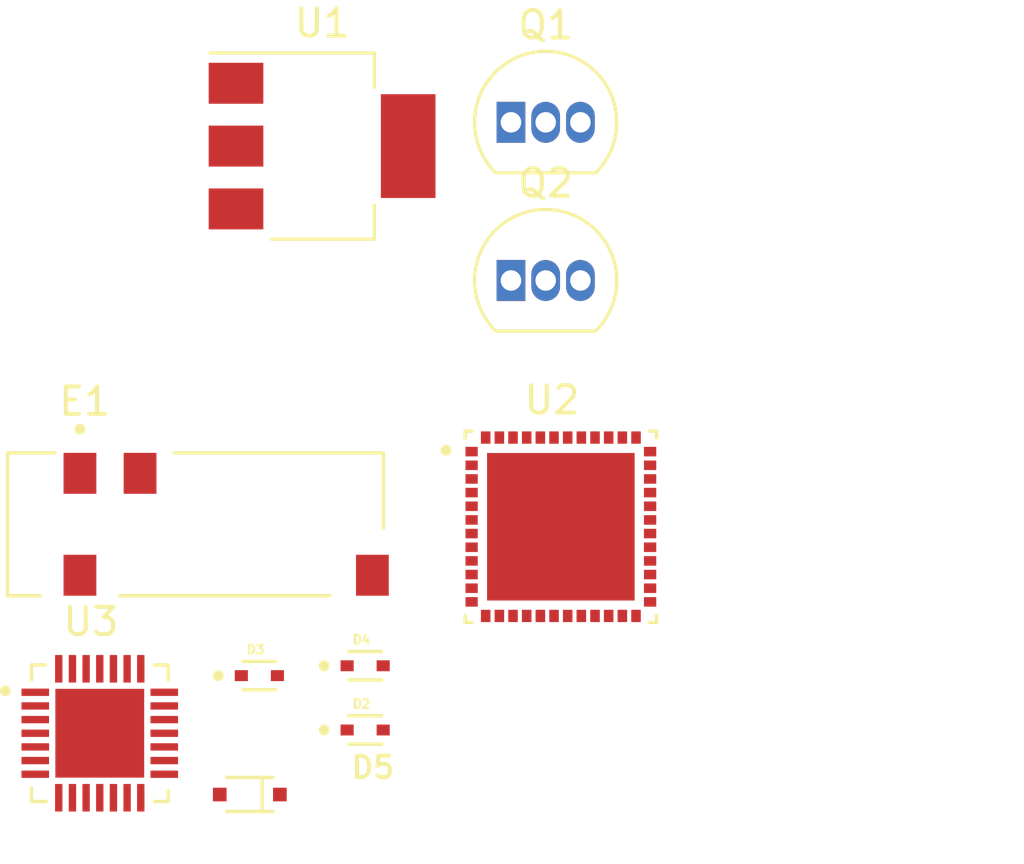
<source format=kicad_pcb>
(kicad_pcb (version 20211014) (generator pcbnew)
  (layers (0 "F.Cu" signal) (31 "B.Cu" signal) (34 "B.Paste" user) (35 "F.Paste" user) (36 "B.SilkS" user "B.Silkscreen") (37 "F.SilkS" user "F.Silkscreen") (38 "B.Mask" user) (39 "F.Mask" user) (44 "Edge.Cuts" user))
  (net 0 "")
  (net 1 "/RTS")
  (net 2 "Net-(Q1-Pad2)")
  (net 3 "/EN")
  (net 4 "/DTR")
  (net 5 "Net-(Q2-Pad2)")
  (net 6 "/IO0")
  (net 7 "GND")
  (net 8 "/VDD33")
  (net 9 "Net-(C1-Pad1)")
  (net 10 "Net-(D2-Pad2)")
  (net 11 "Net-(D3-Pad2)")
  (net 12 "Net-(D4-Pad2)")
  (net 13 "/EXT_5V")
  (net 14 "Net-(C5-Pad2)")
  (net 15 "/VDD33A")
  (net 16 "/LNA_IN")
  (net 17 "/SENSOR_VP")
  (net 18 "/IO37")
  (net 19 "/IO38")
  (net 20 "/SENSOR_VN")
  (net 21 "/IO34")
  (net 22 "/IO35")
  (net 23 "/IO32")
  (net 24 "/IO33")
  (net 25 "/IO25")
  (net 26 "/IO26")
  (net 27 "/IO27")
  (net 28 "/IO14")
  (net 29 "/IO12")
  (net 30 "/IO13")
  (net 31 "/IO15")
  (net 32 "/IO2")
  (net 33 "/IO4")
  (net 34 "/FLASH_CS")
  (net 36 "/FLASH_SD0")
  (net 37 "/IO9")
  (net 38 "/IO10")
  (net 39 "/FLASH_SD2")
  (net 40 "/FLASH_CLK")
  (net 41 "/FLASH_SD3")
  (net 42 "/FLASH_SD1")
  (net 43 "/IO5")
  (net 44 "/IO18")
  (net 45 "/IO23")
  (net 46 "/IO19")
  (net 47 "/IO22")
  (net 48 "/RXD0")
  (net 49 "/TXD0")
  (net 50 "/IO21")
  (net 57 "/USB_DP")
  (net 58 "/USB_DN")
  (net 59 "Net-(U3-Pad6)")
  (net 60 "Net-(R15-Pad2)")
  (net 61 "Net-(R7-Pad1)")
  (net 63 "Net-(R17-Pad1)")
  (net 75 "/CTS")
  (net 76 "/RXD")
  (net 77 "/TXD")
  (footprint "LESD5D5:TVS_LESD5D5.0CT1G" (layer "F.Cu") (at 151.84 111.44)
    (fp_text reference "D2" (at -0.134 -0.9532) (layer "F.SilkS") (effects (font (size 0.32 0.32))))
    (fp_text value "LESD5D5.0CT1G")
    (fp_line (start -0.6 -0.52) (end 0.6 -0.52) (layer "F.SilkS") (width 0.127))
    (fp_line (start 0.6 0.52) (end -0.6 0.52) (layer "F.SilkS") (width 0.127))
    (fp_circle (center -1.5 0) (end -1.4 0) (layer "F.SilkS") (width 0.2) (fill none))
    (pad "1" smd rect locked (at -0.66 0) (size 0.48 0.4) (layers "F.Cu" "F.Paste" "F.Mask") (net 7 "GND"))
    (pad "2" smd rect locked (at 0.66 0) (size 0.48 0.4) (layers "F.Cu" "F.Paste" "F.Mask") (net 10 "Net-(D2-Pad2)"))
  )
  (footprint "CP2102N-A01-GQFN28:QFN50P500X500X80-29N" (layer "F.Cu") (at 142.13 111.56)
    (fp_text reference "U3" (at -0.325 -4.085) (layer "F.SilkS"))
    (fp_text value "CP2102N-A01-GQFN28")
    (fp_line (start -2.5 -2.5) (end -2.5 -1.95) (layer "F.SilkS") (width 0.127))
    (fp_line (start 2 -2.5) (end 2.5 -2.5) (layer "F.SilkS") (width 0.127))
    (fp_line (start 2.5 2.5) (end 2 2.5) (layer "F.SilkS") (width 0.127))
    (fp_line (start -2.5 2) (end -2.5 2.5) (layer "F.SilkS") (width 0.127))
    (fp_line (start -2 -2.5) (end -2.5 -2.5) (layer "F.SilkS") (width 0.127))
    (fp_line (start 2.5 -2.5) (end 2.5 -1.95) (layer "F.SilkS") (width 0.127))
    (fp_line (start -2.5 2.5) (end -1.95 2.5) (layer "F.SilkS") (width 0.127))
    (fp_line (start 2.5 2.1) (end 2.5 2.5) (layer "F.SilkS") (width 0.127))
    (fp_circle (center -3.45 -1.55) (end -3.35 -1.55) (layer "F.SilkS") (width 0.2) (fill none))
    (pad "1" smd roundrect locked (at -2.36 -1.5) (size 1.01 0.27) (layers "F.Cu" "F.Paste" "F.Mask") (roundrect_rratio 0.07))
    (pad "2" smd roundrect locked (at -2.36 -1) (size 1.01 0.27) (layers "F.Cu" "F.Paste" "F.Mask") (roundrect_rratio 0.07))
    (pad "3" smd roundrect locked (at -2.36 -0.5) (size 1.01 0.27) (layers "F.Cu" "F.Paste" "F.Mask") (roundrect_rratio 0.07) (net 7 "GND"))
    (pad "4" smd roundrect locked (at -2.36 0) (size 1.01 0.27) (layers "F.Cu" "F.Paste" "F.Mask") (roundrect_rratio 0.07) (net 57 "/USB_DP"))
    (pad "5" smd roundrect locked (at -2.36 0.5) (size 1.01 0.27) (layers "F.Cu" "F.Paste" "F.Mask") (roundrect_rratio 0.07) (net 58 "/USB_DN"))
    (pad "6" smd roundrect locked (at -2.36 1) (size 1.01 0.27) (layers "F.Cu" "F.Paste" "F.Mask") (roundrect_rratio 0.07) (net 59 "Net-(U3-Pad6)"))
    (pad "7" smd roundrect locked (at -2.36 1.5) (size 1.01 0.27) (layers "F.Cu" "F.Paste" "F.Mask") (roundrect_rratio 0.07) (net 59 "Net-(U3-Pad6)"))
    (pad "8" smd roundrect locked (at -1.5 2.36 90) (size 1.01 0.27) (layers "F.Cu" "F.Paste" "F.Mask") (roundrect_rratio 0.07) (net 60 "Net-(R15-Pad2)"))
    (pad "9" smd roundrect locked (at -1 2.36 90) (size 1.01 0.27) (layers "F.Cu" "F.Paste" "F.Mask") (roundrect_rratio 0.07) (net 61 "Net-(R7-Pad1)"))
    (pad "10" smd roundrect locked (at -0.5 2.36 90) (size 1.01 0.27) (layers "F.Cu" "F.Paste" "F.Mask") (roundrect_rratio 0.07))
    (pad "11" smd roundrect locked (at 0 2.36 90) (size 1.01 0.27) (layers "F.Cu" "F.Paste" "F.Mask") (roundrect_rratio 0.07) (net 63 "Net-(R17-Pad1)"))
    (pad "12" smd roundrect locked (at 0.5 2.36 90) (size 1.01 0.27) (layers "F.Cu" "F.Paste" "F.Mask") (roundrect_rratio 0.07))
    (pad "13" smd roundrect locked (at 1 2.36 90) (size 1.01 0.27) (layers "F.Cu" "F.Paste" "F.Mask") (roundrect_rratio 0.07))
    (pad "14" smd roundrect locked (at 1.5 2.36 90) (size 1.01 0.27) (layers "F.Cu" "F.Paste" "F.Mask") (roundrect_rratio 0.07))
    (pad "15" smd roundrect locked (at 2.36 1.5 180) (size 1.01 0.27) (layers "F.Cu" "F.Paste" "F.Mask") (roundrect_rratio 0.07))
    (pad "16" smd roundrect locked (at 2.36 1 180) (size 1.01 0.27) (layers "F.Cu" "F.Paste" "F.Mask") (roundrect_rratio 0.07))
    (pad "17" smd roundrect locked (at 2.36 0.5 180) (size 1.01 0.27) (layers "F.Cu" "F.Paste" "F.Mask") (roundrect_rratio 0.07))
    (pad "18" smd roundrect locked (at 2.36 0 180) (size 1.01 0.27) (layers "F.Cu" "F.Paste" "F.Mask") (roundrect_rratio 0.07))
    (pad "19" smd roundrect locked (at 2.36 -0.5 180) (size 1.01 0.27) (layers "F.Cu" "F.Paste" "F.Mask") (roundrect_rratio 0.07))
    (pad "20" smd roundrect locked (at 2.36 -1 180) (size 1.01 0.27) (layers "F.Cu" "F.Paste" "F.Mask") (roundrect_rratio 0.07))
    (pad "21" smd roundrect locked (at 2.36 -1.5 180) (size 1.01 0.27) (layers "F.Cu" "F.Paste" "F.Mask") (roundrect_rratio 0.07))
    (pad "22" smd roundrect locked (at 1.5 -2.36 270) (size 1.01 0.27) (layers "F.Cu" "F.Paste" "F.Mask") (roundrect_rratio 0.07))
    (pad "23" smd roundrect locked (at 1 -2.36 270) (size 1.01 0.27) (layers "F.Cu" "F.Paste" "F.Mask") (roundrect_rratio 0.07) (net 75 "/CTS"))
    (pad "24" smd roundrect locked (at 0.5 -2.36 270) (size 1.01 0.27) (layers "F.Cu" "F.Paste" "F.Mask") (roundrect_rratio 0.07) (net 1 "/RTS"))
    (pad "25" smd roundrect locked (at 0 -2.36 270) (size 1.01 0.27) (layers "F.Cu" "F.Paste" "F.Mask") (roundrect_rratio 0.07) (net 76 "/RXD"))
    (pad "26" smd roundrect locked (at -0.5 -2.36 270) (size 1.01 0.27) (layers "F.Cu" "F.Paste" "F.Mask") (roundrect_rratio 0.07) (net 77 "/TXD"))
    (pad "27" smd roundrect locked (at -1 -2.36 270) (size 1.01 0.27) (layers "F.Cu" "F.Paste" "F.Mask") (roundrect_rratio 0.07))
    (pad "28" smd roundrect locked (at -1.5 -2.36 270) (size 1.01 0.27) (layers "F.Cu" "F.Paste" "F.Mask") (roundrect_rratio 0.07) (net 4 "/DTR"))
    (pad "29" smd rect locked (at 0 0) (size 3.25 3.25) (layers "F.Cu" "F.Mask") (net 7 "GND"))
  )
  (footprint "Package_TO_SOT_SMD:SOT-223-3_TabPin2" (layer "F.Cu") (at 150.265 90.065)
    (fp_text reference "U1" (at 0 -4.5) (layer "F.SilkS"))
    (fp_text value "AMS1117-3.3")
    (fp_line (start -1.85 3.41) (end 1.91 3.41) (layer "F.SilkS") (width 0.12))
    (fp_line (start 1.91 -3.41) (end 1.91 -2.15) (layer "F.SilkS") (width 0.12))
    (fp_line (start 1.91 3.41) (end 1.91 2.15) (layer "F.SilkS") (width 0.12))
    (fp_line (start -4.1 -3.41) (end 1.91 -3.41) (layer "F.SilkS") (width 0.12))
    (pad "1" smd rect (at -3.15 -2.3) (size 2 1.5) (layers "F.Cu" "F.Paste" "F.Mask") (net 7 "GND"))
    (pad "2" smd rect (at -3.15 0) (size 2 1.5) (layers "F.Cu" "F.Paste" "F.Mask") (net 8 "/VDD33"))
    (pad "2" smd rect (at 3.15 0) (size 2 3.8) (layers "F.Cu" "F.Paste" "F.Mask") (net 8 "/VDD33"))
    (pad "3" smd rect (at -3.15 2.3) (size 2 1.5) (layers "F.Cu" "F.Paste" "F.Mask") (net 9 "Net-(C1-Pad1)"))
  )
  (footprint "Package_TO_SOT_THT:TO-92_Inline" (layer "F.Cu") (at 157.175 89.195)
    (fp_text reference "Q1" (at 1.27 -3.56) (layer "F.SilkS"))
    (fp_text value "S8050")
    (fp_line (start -0.53 1.85) (end 3.07 1.85) (layer "F.SilkS") (width 0.12))
    (fp_arc (start 1.27 -2.6) (mid 3.672087 -0.994977) (end 3.108478 1.838478) (layer "F.SilkS") (width 0.12))
    (fp_arc (start -0.568478 1.838478) (mid -1.132087 -0.994977) (end 1.27 -2.6) (layer "F.SilkS") (width 0.12))
    (pad "1" thru_hole rect (at 0 0) (size 1.05 1.5) (drill 0.75) (layers *.Cu *.Mask) (net 1 "/RTS"))
    (pad "2" thru_hole oval (at 1.27 0) (size 1.05 1.5) (drill 0.75) (layers *.Cu *.Mask) (net 2 "Net-(Q1-Pad2)"))
    (pad "3" thru_hole oval (at 2.54 0) (size 1.05 1.5) (drill 0.75) (layers *.Cu *.Mask) (net 3 "/EN"))
  )
  (footprint "LESD5D5:TVS_LESD5D5.0CT1G" (layer "F.Cu") (at 147.97 109.45)
    (fp_text reference "D3" (at -0.134 -0.9532) (layer "F.SilkS") (effects (font (size 0.32 0.32))))
    (fp_text value "LESD5D5.0CT1G")
    (fp_line (start -0.6 -0.52) (end 0.6 -0.52) (layer "F.SilkS") (width 0.127))
    (fp_line (start 0.6 0.52) (end -0.6 0.52) (layer "F.SilkS") (width 0.127))
    (fp_circle (center -1.5 0) (end -1.4 0) (layer "F.SilkS") (width 0.2) (fill none))
    (pad "1" smd rect locked (at -0.66 0) (size 0.48 0.4) (layers "F.Cu" "F.Paste" "F.Mask") (net 7 "GND"))
    (pad "2" smd rect locked (at 0.66 0) (size 0.48 0.4) (layers "F.Cu" "F.Paste" "F.Mask") (net 11 "Net-(D3-Pad2)"))
  )
  (footprint "Package_TO_SOT_THT:TO-92_Inline" (layer "F.Cu") (at 157.175 94.985)
    (fp_text reference "Q2" (at 1.27 -3.56) (layer "F.SilkS"))
    (fp_text value "S8050")
    (fp_line (start -0.53 1.85) (end 3.07 1.85) (layer "F.SilkS") (width 0.12))
    (fp_arc (start 1.27 -2.6) (mid 3.672087 -0.994977) (end 3.108478 1.838478) (layer "F.SilkS") (width 0.12))
    (fp_arc (start -0.568478 1.838478) (mid -1.132087 -0.994977) (end 1.27 -2.6) (layer "F.SilkS") (width 0.12))
    (pad "1" thru_hole rect (at 0 0) (size 1.05 1.5) (drill 0.75) (layers *.Cu *.Mask) (net 4 "/DTR"))
    (pad "2" thru_hole oval (at 1.27 0) (size 1.05 1.5) (drill 0.75) (layers *.Cu *.Mask) (net 5 "Net-(Q2-Pad2)"))
    (pad "3" thru_hole oval (at 2.54 0) (size 1.05 1.5) (drill 0.75) (layers *.Cu *.Mask) (net 6 "/IO0"))
  )
  (footprint "PRO-OB-440:ANT_PRO-OB-440" (layer "F.Cu") (at 141.405 102.045)
    (fp_text reference "E1" (at 0.175 -2.635) (layer "F.SilkS"))
    (fp_text value "PRO-OB-440")
    (fp_line (start 3.45 -0.75) (end 11.1 -0.75) (layer "F.SilkS") (width 0.127))
    (fp_line (start -2.65 -0.75) (end -0.92 -0.75) (layer "F.SilkS") (width 0.127))
    (fp_line (start -2.65 -0.75) (end -2.65 4.48) (layer "F.SilkS") (width 0.127))
    (fp_line (start 1.445 4.48) (end 9.155 4.48) (layer "F.SilkS") (width 0.127))
    (fp_line (start -2.65 4.48) (end -1.445 4.48) (layer "F.SilkS") (width 0.127))
    (fp_line (start 11.1 -0.75) (end 11.1 2.01) (layer "F.SilkS") (width 0.127))
    (fp_circle (center 0 -1.62) (end 0.1 -1.62) (layer "F.SilkS") (width 0.2) (fill none))
    (pad "1" smd rect locked (at 0 0 90) (size 1.5 1.2) (layers "F.Cu" "F.Paste" "F.Mask") (net 7 "GND"))
    (pad "2" smd rect locked (at 2.2 0 90) (size 1.5 1.2) (layers "F.Cu" "F.Paste" "F.Mask") (net 14 "Net-(C5-Pad2)"))
    (pad "3" smd rect locked (at 0 3.73 90) (size 1.5 1.2) (layers "F.Cu" "F.Paste" "F.Mask"))
    (pad "4" smd rect locked (at 10.7 3.73 90) (size 1.5 1.2) (layers "F.Cu" "F.Paste" "F.Mask"))
  )
  (footprint "BAT760:SOD323(F)" (layer "F.Cu") (at 147.62 113.8035)
    (fp_text reference "D5" (at 4.5017 -0.990375) (layer "F.SilkS") (effects (font (size 0.787701 0.787701))))
    (fp_text value "BAT760")
    (fp_line (start 0.45 -0.625) (end 0.85 -0.625) (layer "F.SilkS") (width 0.127))
    (fp_line (start 0.85 0.625) (end 0.45 0.625) (layer "F.SilkS") (width 0.127))
    (fp_line (start -0.85 -0.625) (end 0.45 -0.625) (layer "F.SilkS") (width 0.127))
    (fp_line (start 0.45 -0.625) (end 0.45 0.625) (layer "F.SilkS") (width 0.127))
    (fp_line (start 0.45 0.625) (end -0.85 0.625) (layer "F.SilkS") (width 0.127))
    (pad "1" smd rect locked (at 1.1 0) (size 0.5 0.5) (layers "F.Cu" "F.Paste" "F.Mask") (net 13 "/EXT_5V"))
    (pad "2" smd rect locked (at -1.1 0) (size 0.5 0.5) (layers "F.Cu" "F.Paste" "F.Mask") (net 10 "Net-(D2-Pad2)"))
  )
  (footprint "LESD5D5:TVS_LESD5D5.0CT1G" (layer "F.Cu") (at 151.84 109.09)
    (fp_text reference "D4" (at -0.134 -0.9532) (layer "F.SilkS") (effects (font (size 0.32 0.32))))
    (fp_text value "LESD5D5.0CT1G")
    (fp_line (start -0.6 -0.52) (end 0.6 -0.52) (layer "F.SilkS") (width 0.127))
    (fp_line (start 0.6 0.52) (end -0.6 0.52) (layer "F.SilkS") (width 0.127))
    (fp_circle (center -1.5 0) (end -1.4 0) (layer "F.SilkS") (width 0.2) (fill none))
    (pad "1" smd rect locked (at -0.66 0) (size 0.48 0.4) (layers "F.Cu" "F.Paste" "F.Mask") (net 7 "GND"))
    (pad "2" smd rect locked (at 0.66 0) (size 0.48 0.4) (layers "F.Cu" "F.Paste" "F.Mask") (net 12 "Net-(D4-Pad2)"))
  )
  (footprint "ESP32-PICO-D4:PQFN50P700X700X104-49N" (layer "F.Cu") (at 159 104)
    (fp_text reference "U2" (at -0.325 -4.635) (layer "F.SilkS"))
    (fp_text value "ESP32-PICO-D4")
    (fp_line (start 3.5 -3.5) (end 3.245 -3.5) (layer "F.SilkS") (width 0.127))
    (fp_line (start -3.5 -3.245) (end -3.5 -3.5) (layer "F.SilkS") (width 0.127))
    (fp_line (start 3.5 -3.245) (end 3.5 -3.5) (layer "F.SilkS") (width 0.127))
    (fp_line (start -3.5 3.245) (end -3.5 3.5) (layer "F.SilkS") (width 0.127))
    (fp_line (start -3.5 -3.5) (end -3.245 -3.5) (layer "F.SilkS") (width 0.127))
    (fp_line (start 3.5 3.245) (end 3.5 3.5) (layer "F.SilkS") (width 0.127))
    (fp_line (start 3.5 3.5) (end 3.245 3.5) (layer "F.SilkS") (width 0.127))
    (fp_line (start -3.5 3.5) (end -3.245 3.5) (layer "F.SilkS") (width 0.127))
    (fp_circle (center -4.2 -2.8) (end -4.1 -2.8) (layer "F.SilkS") (width 0.2) (fill none))
    (pad "1" smd roundrect locked (at -3.265 -2.75 180) (size 0.45 0.35) (layers "F.Cu" "F.Paste" "F.Mask") (roundrect_rratio 0.04) (net 15 "/VDD33A"))
    (pad "2" smd roundrect locked (at -3.265 -2.25 180) (size 0.45 0.35) (layers "F.Cu" "F.Paste" "F.Mask") (roundrect_rratio 0.04) (net 16 "/LNA_IN"))
    (pad "3" smd roundrect locked (at -3.265 -1.75 180) (size 0.45 0.35) (layers "F.Cu" "F.Paste" "F.Mask") (roundrect_rratio 0.04) (net 15 "/VDD33A"))
    (pad "4" smd roundrect locked (at -3.265 -1.25 180) (size 0.45 0.35) (layers "F.Cu" "F.Paste" "F.Mask") (roundrect_rratio 0.04) (net 15 "/VDD33A"))
    (pad "5" smd roundrect locked (at -3.265 -0.75 180) (size 0.45 0.35) (layers "F.Cu" "F.Paste" "F.Mask") (roundrect_rratio 0.04) (net 17 "/SENSOR_VP"))
    (pad "6" smd roundrect locked (at -3.265 -0.25 180) (size 0.45 0.35) (layers "F.Cu" "F.Paste" "F.Mask") (roundrect_rratio 0.04) (net 18 "/IO37"))
    (pad "7" smd roundrect locked (at -3.265 0.25 180) (size 0.45 0.35) (layers "F.Cu" "F.Paste" "F.Mask") (roundrect_rratio 0.04) (net 19 "/IO38"))
    (pad "8" smd roundrect locked (at -3.265 0.75 180) (size 0.45 0.35) (layers "F.Cu" "F.Paste" "F.Mask") (roundrect_rratio 0.04) (net 20 "/SENSOR_VN"))
    (pad "9" smd roundrect locked (at -3.265 1.25 180) (size 0.45 0.35) (layers "F.Cu" "F.Paste" "F.Mask") (roundrect_rratio 0.04) (net 3 "/EN"))
    (pad "10" smd roundrect locked (at -3.265 1.75 180) (size 0.45 0.35) (layers "F.Cu" "F.Paste" "F.Mask") (roundrect_rratio 0.04) (net 21 "/IO34"))
    (pad "11" smd roundrect locked (at -3.265 2.25 180) (size 0.45 0.35) (layers "F.Cu" "F.Paste" "F.Mask") (roundrect_rratio 0.04) (net 22 "/IO35"))
    (pad "12" smd roundrect locked (at -3.265 2.75 180) (size 0.45 0.35) (layers "F.Cu" "F.Paste" "F.Mask") (roundrect_rratio 0.04) (net 23 "/IO32"))
    (pad "13" smd roundrect locked (at -2.75 3.265 270) (size 0.45 0.35) (layers "F.Cu" "F.Paste" "F.Mask") (roundrect_rratio 0.04) (net 24 "/IO33"))
    (pad "14" smd roundrect locked (at -2.25 3.265 270) (size 0.45 0.35) (layers "F.Cu" "F.Paste" "F.Mask") (roundrect_rratio 0.04) (net 25 "/IO25"))
    (pad "15" smd roundrect locked (at -1.75 3.265 270) (size 0.45 0.35) (layers "F.Cu" "F.Paste" "F.Mask") (roundrect_rratio 0.04) (net 26 "/IO26"))
    (pad "16" smd roundrect locked (at -1.25 3.265 270) (size 0.45 0.35) (layers "F.Cu" "F.Paste" "F.Mask") (roundrect_rratio 0.04) (net 27 "/IO27"))
    (pad "17" smd roundrect locked (at -0.75 3.265 270) (size 0.45 0.35) (layers "F.Cu" "F.Paste" "F.Mask") (roundrect_rratio 0.04) (net 28 "/IO14"))
    (pad "18" smd roundrect locked (at -0.25 3.265 270) (size 0.45 0.35) (layers "F.Cu" "F.Paste" "F.Mask") (roundrect_rratio 0.04) (net 29 "/IO12"))
    (pad "19" smd roundrect locked (at 0.25 3.265 270) (size 0.45 0.35) (layers "F.Cu" "F.Paste" "F.Mask") (roundrect_rratio 0.04) (net 15 "/VDD33A"))
    (pad "20" smd roundrect locked (at 0.75 3.265 270) (size 0.45 0.35) (layers "F.Cu" "F.Paste" "F.Mask") (roundrect_rratio 0.04) (net 30 "/IO13"))
    (pad "21" smd roundrect locked (at 1.25 3.265 270) (size 0.45 0.35) (layers "F.Cu" "F.Paste" "F.Mask") (roundrect_rratio 0.04) (net 31 "/IO15"))
    (pad "22" smd roundrect locked (at 1.75 3.265 270) (size 0.45 0.35) (layers "F.Cu" "F.Paste" "F.Mask") (roundrect_rratio 0.04) (net 32 "/IO2"))
    (pad "23" smd roundrect locked (at 2.25 3.265 270) (size 0.45 0.35) (layers "F.Cu" "F.Paste" "F.Mask") (roundrect_rratio 0.04) (net 6 "/IO0"))
    (pad "24" smd roundrect locked (at 2.75 3.265 270) (size 0.45 0.35) (layers "F.Cu" "F.Paste" "F.Mask") (roundrect_rratio 0.04) (net 33 "/IO4"))
    (pad "25" smd roundrect locked (at 3.265 2.75) (size 0.45 0.35) (layers "F.Cu" "F.Paste" "F.Mask") (roundrect_rratio 0.04) (net 34 "/FLASH_CS"))
    (pad "26" smd roundrect locked (at 3.265 2.25) (size 0.45 0.35) (layers "F.Cu" "F.Paste" "F.Mask") (roundrect_rratio 0.04))
    (pad "27" smd roundrect locked (at 3.265 1.75) (size 0.45 0.35) (layers "F.Cu" "F.Paste" "F.Mask") (roundrect_rratio 0.04) (net 36 "/FLASH_SD0"))
    (pad "28" smd roundrect locked (at 3.265 1.25) (size 0.45 0.35) (layers "F.Cu" "F.Paste" "F.Mask") (roundrect_rratio 0.04) (net 37 "/IO9"))
    (pad "29" smd roundrect locked (at 3.265 0.75) (size 0.45 0.35) (layers "F.Cu" "F.Paste" "F.Mask") (roundrect_rratio 0.04) (net 38 "/IO10"))
    (pad "30" smd roundrect locked (at 3.265 0.25) (size 0.45 0.35) (layers "F.Cu" "F.Paste" "F.Mask") (roundrect_rratio 0.04) (net 39 "/FLASH_SD2"))
    (pad "31" smd roundrect locked (at 3.265 -0.25) (size 0.45 0.35) (layers "F.Cu" "F.Paste" "F.Mask") (roundrect_rratio 0.04) (net 40 "/FLASH_CLK"))
    (pad "32" smd roundrect locked (at 3.265 -0.75) (size 0.45 0.35) (layers "F.Cu" "F.Paste" "F.Mask") (roundrect_rratio 0.04) (net 41 "/FLASH_SD3"))
    (pad "33" smd roundrect locked (at 3.265 -1.25) (size 0.45 0.35) (layers "F.Cu" "F.Paste" "F.Mask") (roundrect_rratio 0.04) (net 42 "/FLASH_SD1"))
    (pad "34" smd roundrect locked (at 3.265 -1.75) (size 0.45 0.35) (layers "F.Cu" "F.Paste" "F.Mask") (roundrect_rratio 0.04) (net 43 "/IO5"))
    (pad "35" smd roundrect locked (at 3.265 -2.25) (size 0.45 0.35) (layers "F.Cu" "F.Paste" "F.Mask") (roundrect_rratio 0.04) (net 44 "/IO18"))
    (pad "36" smd roundrect locked (at 3.265 -2.75) (size 0.45 0.35) (layers "F.Cu" "F.Paste" "F.Mask") (roundrect_rratio 0.04) (net 45 "/IO23"))
    (pad "37" smd roundrect locked (at 2.75 -3.265 90) (size 0.45 0.35) (layers "F.Cu" "F.Paste" "F.Mask") (roundrect_rratio 0.04) (net 15 "/VDD33A"))
    (pad "38" smd roundrect locked (at 2.25 -3.265 90) (size 0.45 0.35) (layers "F.Cu" "F.Paste" "F.Mask") (roundrect_rratio 0.04) (net 46 "/IO19"))
    (pad "39" smd roundrect locked (at 1.75 -3.265 90) (size 0.45 0.35) (layers "F.Cu" "F.Paste" "F.Mask") (roundrect_rratio 0.04) (net 47 "/IO22"))
    (pad "40" smd roundrect locked (at 1.25 -3.265 90) (size 0.45 0.35) (layers "F.Cu" "F.Paste" "F.Mask") (roundrect_rratio 0.04) (net 48 "/RXD0"))
    (pad "41" smd roundrect locked (at 0.75 -3.265 90) (size 0.45 0.35) (layers "F.Cu" "F.Paste" "F.Mask") (roundrect_rratio 0.04) (net 49 "/TXD0"))
    (pad "42" smd roundrect locked (at 0.25 -3.265 90) (size 0.45 0.35) (layers "F.Cu" "F.Paste" "F.Mask") (roundrect_rratio 0.04) (net 50 "/IO21"))
    (pad "43" smd roundrect locked (at -0.25 -3.265 90) (size 0.45 0.35) (layers "F.Cu" "F.Paste" "F.Mask") (roundrect_rratio 0.04) (net 15 "/VDD33A"))
    (pad "44" smd roundrect locked (at -0.75 -3.265 90) (size 0.45 0.35) (layers "F.Cu" "F.Paste" "F.Mask") (roundrect_rratio 0.04))
    (pad "45" smd roundrect locked (at -1.25 -3.265 90) (size 0.45 0.35) (layers "F.Cu" "F.Paste" "F.Mask") (roundrect_rratio 0.04))
    (pad "46" smd roundrect locked (at -1.75 -3.265 90) (size 0.45 0.35) (layers "F.Cu" "F.Paste" "F.Mask") (roundrect_rratio 0.04) (net 15 "/VDD33A"))
    (pad "47" smd roundrect locked (at -2.25 -3.265 90) (size 0.45 0.35) (layers "F.Cu" "F.Paste" "F.Mask") (roundrect_rratio 0.04))
    (pad "48" smd roundrect locked (at -2.75 -3.265 90) (size 0.45 0.35) (layers "F.Cu" "F.Paste" "F.Mask") (roundrect_rratio 0.04))
    (pad "49" smd rect locked (at 0 0) (size 5.4 5.4) (layers "F.Cu" "F.Mask") (net 7 "GND"))
  )
)
</source>
